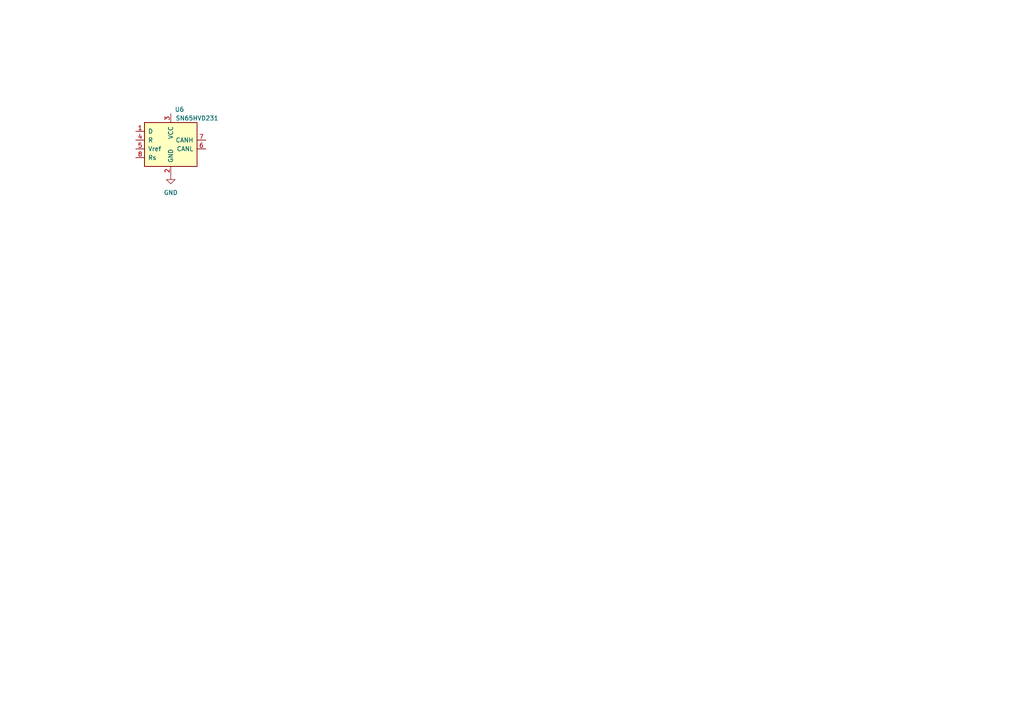
<source format=kicad_sch>
(kicad_sch (version 20250114) (generator "eeschema") (generator_version "9.0")
  (paper "A4")
  (lib_symbols
    (symbol "Interface_CAN_LIN:SN65HVD231" (pin_names (offset 1.016))
      (property "Reference" "U" (at -2.54 10.16 0))
      (property "Value" "SN65HVD231" (at -2.54 7.62 0))
      (symbol "SN65HVD231_0_1"
        (rectangle (start -7.62 5.08) (end 7.62 -7.62) (stroke (width 0.254)) (fill (type background)))
      )
      (symbol "SN65HVD231_1_1"
        (pin input line (at -10.16 2.54 0) (length 2.54) (name "D") (number "1"))
        (pin output line (at -10.16 0 0) (length 2.54) (name "R") (number "4"))
        (pin output line (at -10.16 -2.54 0) (length 2.54) (name "Vref") (number "5"))
        (pin input line (at -10.16 -5.08 0) (length 2.54) (name "Rs") (number "8"))
        (pin power_in line (at 0 7.62 270) (length 2.54) (name "VCC") (number "3"))
        (pin power_in line (at 0 -10.16 90) (length 2.54) (name "GND") (number "2"))
        (pin bidirectional line (at 10.16 0 180) (length 2.54) (name "CANH") (number "7"))
        (pin bidirectional line (at 10.16 -2.54 180) (length 2.54) (name "CANL") (number "6"))
      )
    )
    (symbol "power:GND" (power) (pin_numbers (hide yes)) (pin_names (offset 0) (hide yes))
      (property "Value" "GND" (at 0 -3.81 0))
      (symbol "GND_0_1"
        (polyline (pts (xy 0 0) (xy 0 -1.27) (xy 1.27 -1.27) (xy 0 -2.54) (xy -1.27 -1.27) (xy 0 -1.27)))
      )
      (symbol "GND_1_1"
        (pin power_in line (at 0 0 270) (length 0) (name "~") (number "1"))
      )
    )
  )
  (symbol (lib_id "power:GND") (at 49.53 50.8 0) (unit 1)
    (property "Reference" "#PWR035" (effects (hide yes)))
    (property "Value" "GND" (at 49.53 55.88 0))
    (property "Description" "Power symbol creates a global label with name \"GND\" , ground" (effects (hide yes)))
  )
  (symbol (lib_id "Interface_CAN_LIN:SN65HVD231") (at 49.53 40.64 0) (unit 1)
    (property "Reference" "U6" (at 52.07 31.75 0))
    (property "Value" "SN65HVD231" (at 57.15 34.29 0))
    (property "Footprint" "Package_SO:SOIC-8_3.9x4.9mm_P1.27mm" (effects (hide yes)))
    (property "Datasheet" "http://www.ti.com/lit/ds/symlink/sn65hvd230.pdf" (effects (hide yes)))
    (property "LCSC" "C12084" (effects (hide yes)))
  )
)
</source>
